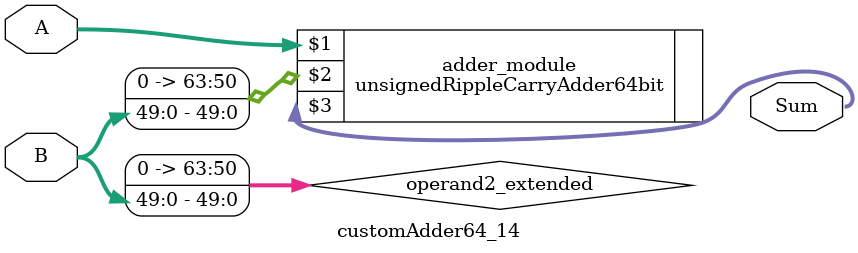
<source format=v>
module customAdder64_14(
                        input [63 : 0] A,
                        input [49 : 0] B,
                        
                        output [64 : 0] Sum
                );

        wire [63 : 0] operand2_extended;
        
        assign operand2_extended =  {14'b0, B};
        
        unsignedRippleCarryAdder64bit adder_module(
            A,
            operand2_extended,
            Sum
        );
        
        endmodule
        
</source>
